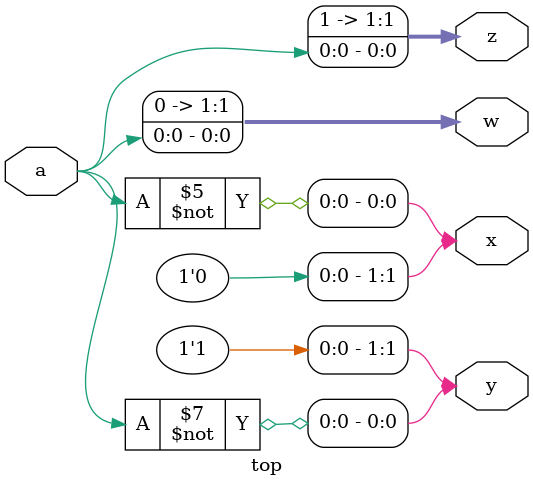
<source format=v>
module top(input a, output [1:0] w, x, y, z);
assign w = a^1'b0;
assign x = a^1'b1;
assign y = a~^1'b0;
assign z = a~^1'b1;
endmodule

</source>
